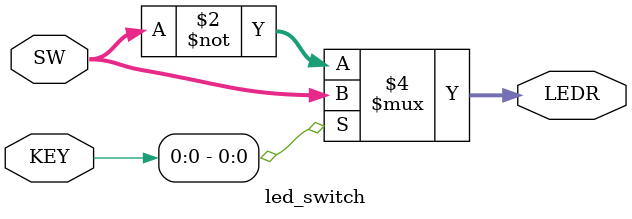
<source format=v>
module led_switch(LEDR, SW, KEY);
    input [7:0] SW;
    input [1:0] KEY;
    output reg [7:0] LEDR;
    always @ (SW[7:0], KEY[0])
        begin
          LEDR[7:0]=~SW[7:0];
          if (KEY[0])
            LEDR[7:0]=SW[7:0];
        end
endmodule
</source>
